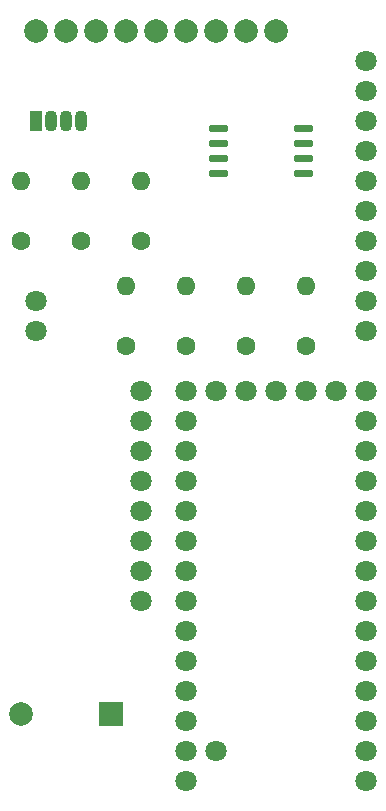
<source format=gts>
%TF.GenerationSoftware,KiCad,Pcbnew,5.1.9*%
%TF.CreationDate,2021-04-30T01:58:32+02:00*%
%TF.ProjectId,project,70726f6a-6563-4742-9e6b-696361645f70,rev?*%
%TF.SameCoordinates,Original*%
%TF.FileFunction,Soldermask,Top*%
%TF.FilePolarity,Negative*%
%FSLAX46Y46*%
G04 Gerber Fmt 4.6, Leading zero omitted, Abs format (unit mm)*
G04 Created by KiCad (PCBNEW 5.1.9) date 2021-04-30 01:58:32*
%MOMM*%
%LPD*%
G01*
G04 APERTURE LIST*
%ADD10C,1.800000*%
%ADD11O,1.070000X1.800000*%
%ADD12R,1.070000X1.800000*%
%ADD13C,2.000000*%
%ADD14O,1.600000X1.600000*%
%ADD15C,1.600000*%
%ADD16R,2.000000X2.000000*%
G04 APERTURE END LIST*
D10*
%TO.C,U1*%
X257810000Y-71120000D03*
X255270000Y-71120000D03*
X252730000Y-71120000D03*
X250190000Y-71120000D03*
X260350000Y-71120000D03*
X262890000Y-71120000D03*
X265430000Y-71120000D03*
X250190000Y-73660000D03*
X250190000Y-76200000D03*
X250190000Y-78740000D03*
X250190000Y-81280000D03*
X250190000Y-83820000D03*
X250190000Y-86360000D03*
X250190000Y-88900000D03*
X250190000Y-91440000D03*
X250190000Y-93980000D03*
X250190000Y-96520000D03*
X250190000Y-99060000D03*
X250190000Y-101600000D03*
X250190000Y-104140000D03*
X252730000Y-101600000D03*
X265430000Y-73660000D03*
X265430000Y-76200000D03*
X265430000Y-78740000D03*
X265430000Y-81280000D03*
X265430000Y-83820000D03*
X265430000Y-86360000D03*
X265430000Y-88900000D03*
X265430000Y-91440000D03*
X265430000Y-93980000D03*
X265430000Y-96520000D03*
X265430000Y-99060000D03*
X265430000Y-101600000D03*
X265430000Y-104140000D03*
%TD*%
D11*
%TO.C,D1*%
X241300000Y-48260000D03*
X240030000Y-48260000D03*
X238760000Y-48260000D03*
D12*
X237490000Y-48260000D03*
%TD*%
%TO.C,U4*%
G36*
G01*
X259340000Y-49045000D02*
X259340000Y-48745000D01*
G75*
G02*
X259490000Y-48595000I150000J0D01*
G01*
X260790000Y-48595000D01*
G75*
G02*
X260940000Y-48745000I0J-150000D01*
G01*
X260940000Y-49045000D01*
G75*
G02*
X260790000Y-49195000I-150000J0D01*
G01*
X259490000Y-49195000D01*
G75*
G02*
X259340000Y-49045000I0J150000D01*
G01*
G37*
G36*
G01*
X259340000Y-50315000D02*
X259340000Y-50015000D01*
G75*
G02*
X259490000Y-49865000I150000J0D01*
G01*
X260790000Y-49865000D01*
G75*
G02*
X260940000Y-50015000I0J-150000D01*
G01*
X260940000Y-50315000D01*
G75*
G02*
X260790000Y-50465000I-150000J0D01*
G01*
X259490000Y-50465000D01*
G75*
G02*
X259340000Y-50315000I0J150000D01*
G01*
G37*
G36*
G01*
X259340000Y-51585000D02*
X259340000Y-51285000D01*
G75*
G02*
X259490000Y-51135000I150000J0D01*
G01*
X260790000Y-51135000D01*
G75*
G02*
X260940000Y-51285000I0J-150000D01*
G01*
X260940000Y-51585000D01*
G75*
G02*
X260790000Y-51735000I-150000J0D01*
G01*
X259490000Y-51735000D01*
G75*
G02*
X259340000Y-51585000I0J150000D01*
G01*
G37*
G36*
G01*
X259340000Y-52855000D02*
X259340000Y-52555000D01*
G75*
G02*
X259490000Y-52405000I150000J0D01*
G01*
X260790000Y-52405000D01*
G75*
G02*
X260940000Y-52555000I0J-150000D01*
G01*
X260940000Y-52855000D01*
G75*
G02*
X260790000Y-53005000I-150000J0D01*
G01*
X259490000Y-53005000D01*
G75*
G02*
X259340000Y-52855000I0J150000D01*
G01*
G37*
G36*
G01*
X252140000Y-52855000D02*
X252140000Y-52555000D01*
G75*
G02*
X252290000Y-52405000I150000J0D01*
G01*
X253590000Y-52405000D01*
G75*
G02*
X253740000Y-52555000I0J-150000D01*
G01*
X253740000Y-52855000D01*
G75*
G02*
X253590000Y-53005000I-150000J0D01*
G01*
X252290000Y-53005000D01*
G75*
G02*
X252140000Y-52855000I0J150000D01*
G01*
G37*
G36*
G01*
X252140000Y-51585000D02*
X252140000Y-51285000D01*
G75*
G02*
X252290000Y-51135000I150000J0D01*
G01*
X253590000Y-51135000D01*
G75*
G02*
X253740000Y-51285000I0J-150000D01*
G01*
X253740000Y-51585000D01*
G75*
G02*
X253590000Y-51735000I-150000J0D01*
G01*
X252290000Y-51735000D01*
G75*
G02*
X252140000Y-51585000I0J150000D01*
G01*
G37*
G36*
G01*
X252140000Y-50315000D02*
X252140000Y-50015000D01*
G75*
G02*
X252290000Y-49865000I150000J0D01*
G01*
X253590000Y-49865000D01*
G75*
G02*
X253740000Y-50015000I0J-150000D01*
G01*
X253740000Y-50315000D01*
G75*
G02*
X253590000Y-50465000I-150000J0D01*
G01*
X252290000Y-50465000D01*
G75*
G02*
X252140000Y-50315000I0J150000D01*
G01*
G37*
G36*
G01*
X252140000Y-49045000D02*
X252140000Y-48745000D01*
G75*
G02*
X252290000Y-48595000I150000J0D01*
G01*
X253590000Y-48595000D01*
G75*
G02*
X253740000Y-48745000I0J-150000D01*
G01*
X253740000Y-49045000D01*
G75*
G02*
X253590000Y-49195000I-150000J0D01*
G01*
X252290000Y-49195000D01*
G75*
G02*
X252140000Y-49045000I0J150000D01*
G01*
G37*
%TD*%
D10*
%TO.C,U3*%
X246380000Y-71120000D03*
X246380000Y-73660000D03*
X246380000Y-76200000D03*
X246380000Y-78740000D03*
X246380000Y-81280000D03*
X246380000Y-83820000D03*
X246380000Y-86360000D03*
X246380000Y-88900000D03*
%TD*%
D13*
%TO.C,U2*%
X257810000Y-40640000D03*
X255270000Y-40640000D03*
X252730000Y-40640000D03*
X250190000Y-40640000D03*
X247650000Y-40640000D03*
X245110000Y-40640000D03*
X242570000Y-40640000D03*
X240030000Y-40640000D03*
X237490000Y-40640000D03*
%TD*%
D14*
%TO.C,R5*%
X241300000Y-53340000D03*
D15*
X241300000Y-58420000D03*
%TD*%
D14*
%TO.C,R4*%
X246380000Y-53340000D03*
D15*
X246380000Y-58420000D03*
%TD*%
D14*
%TO.C,R3*%
X236220000Y-53340000D03*
D15*
X236220000Y-58420000D03*
%TD*%
D14*
%TO.C,R2*%
X255270000Y-62230000D03*
D15*
X255270000Y-67310000D03*
%TD*%
D14*
%TO.C,R1*%
X250190000Y-62230000D03*
D15*
X250190000Y-67310000D03*
%TD*%
D10*
%TO.C,J1*%
X265430000Y-66040000D03*
X265430000Y-63500000D03*
X265430000Y-60960000D03*
X265430000Y-58420000D03*
X265430000Y-55880000D03*
X265430000Y-53340000D03*
X265430000Y-50800000D03*
X265430000Y-48260000D03*
X265430000Y-45720000D03*
X265430000Y-43180000D03*
%TD*%
D14*
%TO.C,C2*%
X260350000Y-62230000D03*
D15*
X260350000Y-67310000D03*
%TD*%
D14*
%TO.C,C1*%
X245110000Y-62230000D03*
D15*
X245110000Y-67310000D03*
%TD*%
D13*
%TO.C,BZ1*%
X236220000Y-98425000D03*
D16*
X243840000Y-98425000D03*
%TD*%
D10*
%TO.C,BAT1*%
X237490000Y-63500000D03*
X237490000Y-66040000D03*
%TD*%
M02*

</source>
